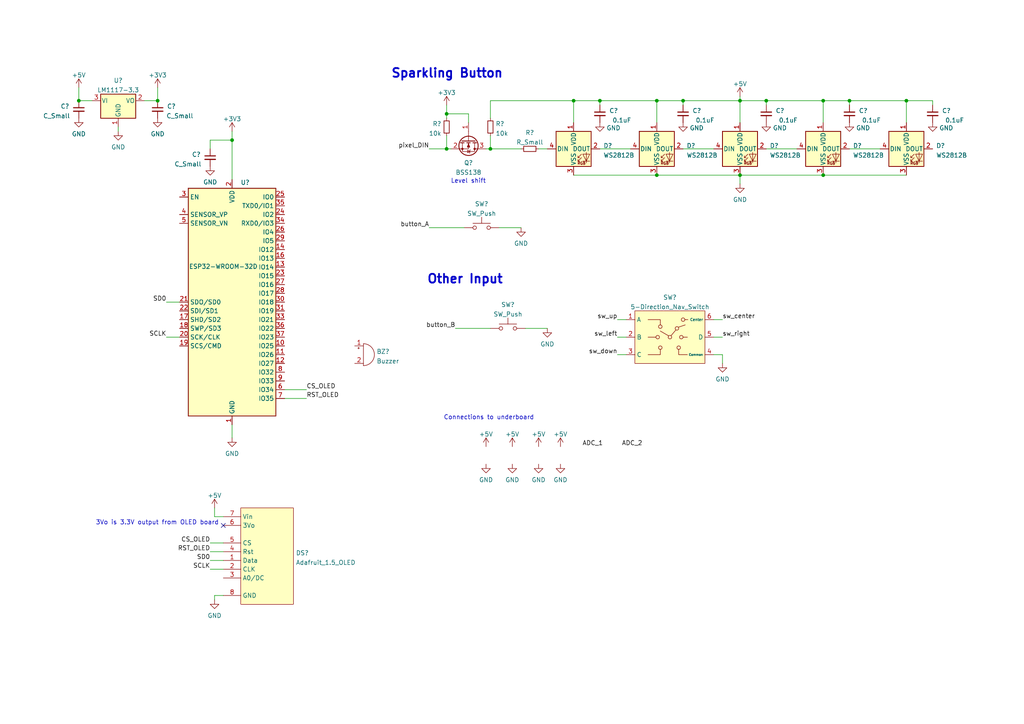
<source format=kicad_sch>
(kicad_sch (version 20210621) (generator eeschema)
  (paper "A4")
  (lib_symbols
    (symbol "Device:Buzzer" (pin_names (offset 0.0254) hide)
      (property "Reference" "BZ" (at 3.81 1.27 0))
      (property "Value" "Buzzer" (at 3.81 -1.27 0))
      (symbol "Buzzer_0_1"
        (arc (start 0 -3.175) (end 0 3.175) (radius (at 0 0) (length 3.175) (angles -89.9 89.9)))
        (polyline (pts (xy -1.651 1.905) (xy -1.143 1.905)))
        (polyline (pts (xy -1.397 2.159) (xy -1.397 1.651)))
        (polyline (pts (xy 0 3.175) (xy 0 -3.175)))
      )
      (symbol "Buzzer_1_1"
        (pin passive line (at -2.54 2.54 0) (length 2.54) (name "-") (number "1"))
        (pin passive line (at -2.54 -2.54 0) (length 2.54) (name "+") (number "2"))
      )
    )
    (symbol "Device:C_Small" (pin_numbers hide) (pin_names (offset 0.254) hide)
      (property "Reference" "C" (at 0.254 1.778 0))
      (property "Value" "C_Small" (at 0.254 -2.032 0))
      (symbol "C_Small_0_1"
        (polyline (pts (xy -1.524 -0.508) (xy 1.524 -0.508)) (stroke (width 0.3302)))
        (polyline (pts (xy -1.524 0.508) (xy 1.524 0.508)) (stroke (width 0.3048)))
      )
      (symbol "C_Small_1_1"
        (pin passive line (at 0 2.54 270) (length 2.032) (name "~") (number "1"))
        (pin passive line (at 0 -2.54 90) (length 2.032) (name "~") (number "2"))
      )
    )
    (symbol "Device:R_Small" (pin_numbers hide) (pin_names (offset 0.254) hide)
      (property "Reference" "R" (at 0.762 0.508 0))
      (property "Value" "R_Small" (at 0.762 -1.016 0))
      (symbol "R_Small_0_1"
        (rectangle (start -0.762 1.778) (end 0.762 -1.778) (stroke (width 0.2032)))
      )
      (symbol "R_Small_1_1"
        (pin passive line (at 0 2.54 270) (length 0.762) (name "~") (number "1"))
        (pin passive line (at 0 -2.54 90) (length 0.762) (name "~") (number "2"))
      )
    )
    (symbol "LED:WS2812B" (pin_names (offset 0.254))
      (property "Reference" "D" (at 5.08 5.715 0))
      (property "Value" "WS2812B" (at 1.27 -5.715 0))
      (symbol "WS2812B_0_0"
        (text "RGB" (at 2.286 -4.191 0) (effects (font (size 0.762 0.762))))
      )
      (symbol "WS2812B_0_1"
        (rectangle (start 5.08 5.08) (end -5.08 -5.08) (stroke (width 0.254)) (fill (type background)))
        (polyline (pts (xy 1.27 -3.556) (xy 1.778 -3.556)))
        (polyline (pts (xy 1.27 -2.54) (xy 1.778 -2.54)))
        (polyline (pts (xy 4.699 -3.556) (xy 2.667 -3.556)))
        (polyline (pts (xy 2.286 -2.54) (xy 1.27 -3.556) (xy 1.27 -3.048)))
        (polyline (pts (xy 2.286 -1.524) (xy 1.27 -2.54) (xy 1.27 -2.032)))
        (polyline (pts (xy 3.683 -1.016) (xy 3.683 -3.556) (xy 3.683 -4.064)))
        (polyline (pts (xy 4.699 -1.524) (xy 2.667 -1.524) (xy 3.683 -3.556) (xy 4.699 -1.524)))
      )
      (symbol "WS2812B_1_1"
        (pin power_in line (at 0 7.62 270) (length 2.54) (name "VDD") (number "1"))
        (pin output line (at 7.62 0 180) (length 2.54) (name "DOUT") (number "2"))
        (pin power_in line (at 0 -7.62 90) (length 2.54) (name "VSS") (number "3"))
        (pin input line (at -7.62 0 0) (length 2.54) (name "DIN") (number "4"))
      )
    )
    (symbol "RF_Module:ESP32-WROOM-32D"
      (property "Reference" "U" (at -12.7 34.29 0))
      (property "Value" "ESP32-WROOM-32D" (at 1.27 34.29 0))
      (symbol "ESP32-WROOM-32D_0_1"
        (rectangle (start -12.7 33.02) (end 12.7 -33.02) (stroke (width 0.254)) (fill (type background)))
      )
      (symbol "ESP32-WROOM-32D_1_1"
        (pin power_in line (at 0 -35.56 90) (length 2.54) (name "GND") (number "1"))
        (pin bidirectional line (at 15.24 -12.7 180) (length 2.54) (name "IO25") (number "10"))
        (pin bidirectional line (at 15.24 -15.24 180) (length 2.54) (name "IO26") (number "11"))
        (pin bidirectional line (at 15.24 -17.78 180) (length 2.54) (name "IO27") (number "12"))
        (pin bidirectional line (at 15.24 10.16 180) (length 2.54) (name "IO14") (number "13"))
        (pin bidirectional line (at 15.24 15.24 180) (length 2.54) (name "IO12") (number "14"))
        (pin passive line (at 0 -35.56 90) (length 2.54) hide (name "GND") (number "15"))
        (pin bidirectional line (at 15.24 12.7 180) (length 2.54) (name "IO13") (number "16"))
        (pin bidirectional line (at -15.24 -5.08 0) (length 2.54) (name "SHD/SD2") (number "17"))
        (pin bidirectional line (at -15.24 -7.62 0) (length 2.54) (name "SWP/SD3") (number "18"))
        (pin bidirectional line (at -15.24 -12.7 0) (length 2.54) (name "SCS/CMD") (number "19"))
        (pin power_in line (at 0 35.56 270) (length 2.54) (name "VDD") (number "2"))
        (pin bidirectional line (at -15.24 -10.16 0) (length 2.54) (name "SCK/CLK") (number "20"))
        (pin bidirectional line (at -15.24 0 0) (length 2.54) (name "SDO/SD0") (number "21"))
        (pin bidirectional line (at -15.24 -2.54 0) (length 2.54) (name "SDI/SD1") (number "22"))
        (pin bidirectional line (at 15.24 7.62 180) (length 2.54) (name "IO15") (number "23"))
        (pin bidirectional line (at 15.24 25.4 180) (length 2.54) (name "IO2") (number "24"))
        (pin bidirectional line (at 15.24 30.48 180) (length 2.54) (name "IO0") (number "25"))
        (pin bidirectional line (at 15.24 20.32 180) (length 2.54) (name "IO4") (number "26"))
        (pin bidirectional line (at 15.24 5.08 180) (length 2.54) (name "IO16") (number "27"))
        (pin bidirectional line (at 15.24 2.54 180) (length 2.54) (name "IO17") (number "28"))
        (pin bidirectional line (at 15.24 17.78 180) (length 2.54) (name "IO5") (number "29"))
        (pin input line (at -15.24 30.48 0) (length 2.54) (name "EN") (number "3"))
        (pin bidirectional line (at 15.24 0 180) (length 2.54) (name "IO18") (number "30"))
        (pin bidirectional line (at 15.24 -2.54 180) (length 2.54) (name "IO19") (number "31"))
        (pin no_connect line (at -12.7 -27.94 0) (length 2.54) hide (name "NC") (number "32"))
        (pin bidirectional line (at 15.24 -5.08 180) (length 2.54) (name "IO21") (number "33"))
        (pin bidirectional line (at 15.24 22.86 180) (length 2.54) (name "RXD0/IO3") (number "34"))
        (pin bidirectional line (at 15.24 27.94 180) (length 2.54) (name "TXD0/IO1") (number "35"))
        (pin bidirectional line (at 15.24 -7.62 180) (length 2.54) (name "IO22") (number "36"))
        (pin bidirectional line (at 15.24 -10.16 180) (length 2.54) (name "IO23") (number "37"))
        (pin passive line (at 0 -35.56 90) (length 2.54) hide (name "GND") (number "38"))
        (pin passive line (at 0 -35.56 90) (length 2.54) hide (name "GND") (number "39"))
        (pin input line (at -15.24 25.4 0) (length 2.54) (name "SENSOR_VP") (number "4"))
        (pin input line (at -15.24 22.86 0) (length 2.54) (name "SENSOR_VN") (number "5"))
        (pin input line (at 15.24 -25.4 180) (length 2.54) (name "IO34") (number "6"))
        (pin input line (at 15.24 -27.94 180) (length 2.54) (name "IO35") (number "7"))
        (pin bidirectional line (at 15.24 -20.32 180) (length 2.54) (name "IO32") (number "8"))
        (pin bidirectional line (at 15.24 -22.86 180) (length 2.54) (name "IO33") (number "9"))
      )
    )
    (symbol "Regulator_Linear:LM1117-3.3" (pin_names (offset 0.254))
      (property "Reference" "U" (at -3.81 3.175 0))
      (property "Value" "LM1117-3.3" (at 0 3.175 0))
      (symbol "LM1117-3.3_0_1"
        (rectangle (start -5.08 -5.08) (end 5.08 1.905) (stroke (width 0.254)) (fill (type background)))
      )
      (symbol "LM1117-3.3_1_1"
        (pin power_in line (at 0 -7.62 90) (length 2.54) (name "GND") (number "1"))
        (pin power_out line (at 7.62 0 180) (length 2.54) (name "VO") (number "2"))
        (pin power_in line (at -7.62 0 0) (length 2.54) (name "VI") (number "3"))
      )
    )
    (symbol "Switch:SW_Push" (pin_numbers hide) (pin_names (offset 1.016) hide)
      (property "Reference" "SW" (at 1.27 2.54 0))
      (property "Value" "SW_Push" (at 0 -1.524 0))
      (symbol "SW_Push_0_1"
        (circle (center -2.032 0) (radius 0.508))
        (circle (center 2.032 0) (radius 0.508))
        (polyline (pts (xy 0 1.27) (xy 0 3.048)))
        (polyline (pts (xy 2.54 1.27) (xy -2.54 1.27)))
        (pin passive line (at -5.08 0 0) (length 2.54) (name "1") (number "1"))
        (pin passive line (at 5.08 0 180) (length 2.54) (name "2") (number "2"))
      )
    )
    (symbol "Transistor_FET:BSS138" (pin_names hide)
      (property "Reference" "Q" (at 5.08 1.905 0))
      (property "Value" "BSS138" (at 5.08 0 0))
      (symbol "BSS138_0_1"
        (circle (center 1.651 0) (radius 2.794) (stroke (width 0.254)))
        (circle (center 2.54 -1.778) (radius 0.254) (fill (type outline)))
        (circle (center 2.54 1.778) (radius 0.254) (fill (type outline)))
        (polyline (pts (xy 0.254 0) (xy -2.54 0)))
        (polyline (pts (xy 0.254 1.905) (xy 0.254 -1.905)) (stroke (width 0.254)))
        (polyline (pts (xy 0.762 -1.27) (xy 0.762 -2.286)) (stroke (width 0.254)))
        (polyline (pts (xy 0.762 0.508) (xy 0.762 -0.508)) (stroke (width 0.254)))
        (polyline (pts (xy 0.762 2.286) (xy 0.762 1.27)) (stroke (width 0.254)))
        (polyline (pts (xy 2.54 2.54) (xy 2.54 1.778)))
        (polyline (pts (xy 2.54 -2.54) (xy 2.54 0) (xy 0.762 0)))
        (polyline (pts (xy 0.762 -1.778) (xy 3.302 -1.778) (xy 3.302 1.778) (xy 0.762 1.778)))
        (polyline (pts (xy 2.794 0.508) (xy 2.921 0.381) (xy 3.683 0.381) (xy 3.81 0.254)))
        (polyline (pts (xy 3.302 0.381) (xy 2.921 -0.254) (xy 3.683 -0.254) (xy 3.302 0.381)))
        (polyline (pts (xy 1.016 0) (xy 2.032 0.381) (xy 2.032 -0.381) (xy 1.016 0)) (fill (type outline)))
      )
      (symbol "BSS138_1_1"
        (pin input line (at -5.08 0 0) (length 2.54) (name "G") (number "1"))
        (pin passive line (at 2.54 -5.08 90) (length 2.54) (name "S") (number "2"))
        (pin passive line (at 2.54 5.08 270) (length 2.54) (name "D") (number "3"))
      )
    )
    (symbol "door_control:5-Direction_Nav_Switch"
      (property "Reference" "SW?" (at 0 8.89 0))
      (property "Value" "5-Direction_Nav_Switch" (at 0 -8.89 0))
      (symbol "5-Direction_Nav_Switch_0_1"
        (circle (center -3.556 0) (radius 0.508) (stroke (width 0.1524)))
        (circle (center -2.794 -3.048) (radius 0.508) (stroke (width 0.1524)))
        (circle (center -2.794 3.048) (radius 0.508) (stroke (width 0.1524)))
        (circle (center 0 0) (radius 0.508) (stroke (width 0.1524)))
        (circle (center 2.032 2.54) (radius 0.508) (stroke (width 0.1524)))
        (circle (center 2.54 -3.048) (radius 0.508) (stroke (width 0.1524)))
        (circle (center 3.302 0) (radius 0.508) (stroke (width 0.1524)))
        (circle (center 3.81 5.08) (radius 0.508) (stroke (width 0.1524)))
        (rectangle (start -10.16 7.62) (end 10.16 -7.62) (stroke (width 0.1524)) (fill (type background)))
        (polyline (pts (xy -6.35 0) (xy -4.064 0)) (stroke (width 0.1524)))
        (polyline (pts (xy -0.4318 0.4064) (xy -2.794 1.778)) (stroke (width 0.1524)))
        (polyline (pts (xy 0.381 0.508) (xy 1.651 2.0066)) (stroke (width 0.1524)))
        (polyline (pts (xy 2.54 2.921) (xy 4.445 3.556)) (stroke (width 0.1524)))
        (polyline (pts (xy 4.318 5.08) (xy 5.207 5.08)) (stroke (width 0.1524)))
        (polyline (pts (xy 5.08 0) (xy 3.81 0)) (stroke (width 0.1524)))
        (polyline (pts (xy -6.35 -5.08) (xy -2.794 -5.08) (xy -2.794 -3.556)) (stroke (width 0.1524)))
        (polyline (pts (xy -6.35 5.08) (xy -2.794 5.08) (xy -2.794 3.556)) (stroke (width 0.1524)))
        (polyline (pts (xy 5.08 -5.08) (xy 2.54 -5.08) (xy 2.54 -3.556)) (stroke (width 0.1524)))
      )
      (symbol "5-Direction_Nav_Switch_1_1"
        (pin bidirectional line (at -12.7 5.08 0) (length 2.54) (name "A") (number "1"))
        (pin bidirectional line (at -12.7 0 0) (length 2.54) (name "B") (number "2"))
        (pin bidirectional line (at -12.7 -5.08 0) (length 2.54) (name "C") (number "3"))
        (pin bidirectional line (at 12.7 -5.08 180) (length 2.54) (name "Common") (number "4"))
        (pin bidirectional line (at 12.7 0 180) (length 2.54) (name "D") (number "5"))
        (pin bidirectional line (at 12.7 5.08 180) (length 2.54) (name "Center") (number "6"))
      )
    )
    (symbol "door_control:Adafruit_1.5_OLED"
      (property "Reference" "DS" (at 0 -17.78 0))
      (property "Value" "Adafruit_1.5_OLED" (at 0 15.24 0))
      (symbol "Adafruit_1.5_OLED_0_1"
        (rectangle (start -7.62 12.7) (end 7.62 -15.24) (stroke (width 0.1524)) (fill (type background)))
      )
      (symbol "Adafruit_1.5_OLED_1_1"
        (pin bidirectional line (at -12.7 -2.54 0) (length 5.08) (name "Data") (number "1"))
        (pin input line (at -12.7 -5.08 0) (length 5.08) (name "CLK") (number "2"))
        (pin input line (at -12.7 -7.62 0) (length 5.08) (name "A0/DC") (number "3"))
        (pin input line (at -12.7 0 0) (length 5.08) (name "Rst") (number "4"))
        (pin input line (at -12.7 2.54 0) (length 5.08) (name "CS") (number "5"))
        (pin power_out line (at -12.7 7.62 0) (length 5.08) (name "3Vo") (number "6"))
        (pin power_in line (at -12.7 10.16 0) (length 5.08) (name "Vin") (number "7"))
        (pin power_in line (at -12.7 -12.7 0) (length 5.08) (name "GND") (number "8"))
      )
    )
    (symbol "power:+3.3V" (power) (pin_names (offset 0))
      (property "Value" "+3.3V" (at 0 3.556 0))
      (symbol "+3.3V_0_1"
        (polyline (pts (xy -0.762 1.27) (xy 0 2.54)))
        (polyline (pts (xy 0 0) (xy 0 2.54)))
        (polyline (pts (xy 0 2.54) (xy 0.762 1.27)))
      )
      (symbol "+3.3V_1_1"
        (pin power_in line (at 0 0 90) (length 0) hide (name "+3V3") (number "1"))
      )
    )
    (symbol "power:+5V" (power) (pin_names (offset 0))
      (property "Value" "+5V" (at 0 3.556 0))
      (symbol "+5V_0_1"
        (polyline (pts (xy -0.762 1.27) (xy 0 2.54)))
        (polyline (pts (xy 0 0) (xy 0 2.54)))
        (polyline (pts (xy 0 2.54) (xy 0.762 1.27)))
      )
      (symbol "+5V_1_1"
        (pin power_in line (at 0 0 90) (length 0) hide (name "+5V") (number "1"))
      )
    )
    (symbol "power:GND" (power) (pin_names (offset 0))
      (property "Value" "GND" (at 0 -3.81 0))
      (symbol "GND_0_1"
        (polyline (pts (xy 0 0) (xy 0 -1.27) (xy 1.27 -1.27) (xy 0 -2.54) (xy -1.27 -1.27) (xy 0 -1.27)))
      )
      (symbol "GND_1_1"
        (pin power_in line (at 0 0 270) (length 0) hide (name "GND") (number "1"))
      )
    )
  )
  (junction (at 22.86 29.21))
  (junction (at 45.72 29.21))
  (junction (at 67.31 40.64))
  (junction (at 129.54 33.02))
  (junction (at 129.54 43.18))
  (junction (at 142.24 43.18))
  (junction (at 166.37 29.21))
  (junction (at 173.99 29.21))
  (junction (at 190.5 29.21))
  (junction (at 190.5 50.8))
  (junction (at 198.12 29.21))
  (junction (at 214.63 29.21))
  (junction (at 214.63 50.8))
  (junction (at 222.25 29.21))
  (junction (at 238.76 29.21))
  (junction (at 238.76 50.8))
  (junction (at 246.38 29.21))
  (junction (at 262.89 29.21))
  (no_connect (at 64.77 152.4))
  (wire (pts (xy 22.86 25.4) (xy 22.86 29.21)))
  (wire (pts (xy 22.86 29.21) (xy 26.67 29.21)))
  (wire (pts (xy 34.29 36.83) (xy 34.29 38.1)))
  (wire (pts (xy 45.72 25.4) (xy 45.72 29.21)))
  (wire (pts (xy 45.72 29.21) (xy 41.91 29.21)))
  (wire (pts (xy 48.26 87.63) (xy 52.07 87.63)))
  (wire (pts (xy 48.26 97.79) (xy 52.07 97.79)))
  (wire (pts (xy 60.96 40.64) (xy 67.31 40.64)))
  (wire (pts (xy 60.96 43.18) (xy 60.96 40.64)))
  (wire (pts (xy 60.96 157.48) (xy 64.77 157.48)))
  (wire (pts (xy 60.96 160.02) (xy 64.77 160.02)))
  (wire (pts (xy 60.96 162.56) (xy 64.77 162.56)))
  (wire (pts (xy 60.96 165.1) (xy 64.77 165.1)))
  (wire (pts (xy 62.23 147.32) (xy 62.23 149.86)))
  (wire (pts (xy 62.23 172.72) (xy 62.23 173.99)))
  (wire (pts (xy 64.77 149.86) (xy 62.23 149.86)))
  (wire (pts (xy 64.77 172.72) (xy 62.23 172.72)))
  (wire (pts (xy 67.31 38.1) (xy 67.31 40.64)))
  (wire (pts (xy 67.31 40.64) (xy 67.31 52.07)))
  (wire (pts (xy 67.31 123.19) (xy 67.31 127)))
  (wire (pts (xy 82.55 113.03) (xy 88.9 113.03)))
  (wire (pts (xy 82.55 115.57) (xy 88.9 115.57)))
  (wire (pts (xy 124.46 43.18) (xy 129.54 43.18)))
  (wire (pts (xy 124.46 66.04) (xy 134.62 66.04)))
  (wire (pts (xy 129.54 30.48) (xy 129.54 33.02)))
  (wire (pts (xy 129.54 33.02) (xy 129.54 34.29)))
  (wire (pts (xy 129.54 39.37) (xy 129.54 43.18)))
  (wire (pts (xy 129.54 43.18) (xy 130.81 43.18)))
  (wire (pts (xy 132.08 95.25) (xy 142.24 95.25)))
  (wire (pts (xy 135.89 33.02) (xy 129.54 33.02)))
  (wire (pts (xy 135.89 33.02) (xy 135.89 35.56)))
  (wire (pts (xy 142.24 29.21) (xy 166.37 29.21)))
  (wire (pts (xy 142.24 34.29) (xy 142.24 29.21)))
  (wire (pts (xy 142.24 39.37) (xy 142.24 43.18)))
  (wire (pts (xy 142.24 43.18) (xy 140.97 43.18)))
  (wire (pts (xy 142.24 43.18) (xy 151.13 43.18)))
  (wire (pts (xy 144.78 66.04) (xy 151.13 66.04)))
  (wire (pts (xy 152.4 95.25) (xy 158.75 95.25)))
  (wire (pts (xy 156.21 43.18) (xy 158.75 43.18)))
  (wire (pts (xy 166.37 29.21) (xy 166.37 35.56)))
  (wire (pts (xy 166.37 50.8) (xy 190.5 50.8)))
  (wire (pts (xy 173.99 29.21) (xy 166.37 29.21)))
  (wire (pts (xy 173.99 29.21) (xy 190.5 29.21)))
  (wire (pts (xy 173.99 30.48) (xy 173.99 29.21)))
  (wire (pts (xy 173.99 43.18) (xy 182.88 43.18)))
  (wire (pts (xy 179.07 92.71) (xy 181.61 92.71)))
  (wire (pts (xy 179.07 97.79) (xy 181.61 97.79)))
  (wire (pts (xy 179.07 102.87) (xy 181.61 102.87)))
  (wire (pts (xy 190.5 29.21) (xy 190.5 35.56)))
  (wire (pts (xy 190.5 29.21) (xy 198.12 29.21)))
  (wire (pts (xy 190.5 50.8) (xy 214.63 50.8)))
  (wire (pts (xy 198.12 29.21) (xy 214.63 29.21)))
  (wire (pts (xy 198.12 30.48) (xy 198.12 29.21)))
  (wire (pts (xy 198.12 43.18) (xy 207.01 43.18)))
  (wire (pts (xy 207.01 92.71) (xy 209.55 92.71)))
  (wire (pts (xy 207.01 97.79) (xy 209.55 97.79)))
  (wire (pts (xy 207.01 102.87) (xy 209.55 102.87)))
  (wire (pts (xy 209.55 102.87) (xy 209.55 105.41)))
  (wire (pts (xy 214.63 27.94) (xy 214.63 29.21)))
  (wire (pts (xy 214.63 29.21) (xy 214.63 35.56)))
  (wire (pts (xy 214.63 29.21) (xy 222.25 29.21)))
  (wire (pts (xy 214.63 50.8) (xy 214.63 53.34)))
  (wire (pts (xy 214.63 50.8) (xy 238.76 50.8)))
  (wire (pts (xy 222.25 29.21) (xy 238.76 29.21)))
  (wire (pts (xy 222.25 30.48) (xy 222.25 29.21)))
  (wire (pts (xy 222.25 43.18) (xy 231.14 43.18)))
  (wire (pts (xy 238.76 29.21) (xy 238.76 35.56)))
  (wire (pts (xy 238.76 29.21) (xy 246.38 29.21)))
  (wire (pts (xy 238.76 50.8) (xy 262.89 50.8)))
  (wire (pts (xy 246.38 29.21) (xy 262.89 29.21)))
  (wire (pts (xy 246.38 30.48) (xy 246.38 29.21)))
  (wire (pts (xy 246.38 43.18) (xy 255.27 43.18)))
  (wire (pts (xy 262.89 29.21) (xy 262.89 35.56)))
  (wire (pts (xy 270.51 29.21) (xy 262.89 29.21)))
  (wire (pts (xy 270.51 30.48) (xy 270.51 29.21)))
  (text "3Vo is 3.3V output from OLED board\n" (at 63.5 152.4 180) (effects (font (size 1.27 1.27)) (justify right bottom)))
  (text "Level shift\n" (at 140.97 53.34 180) (effects (font (size 1.27 1.27)) (justify right bottom)))
  (text "Sparkling Button\n" (at 146.05 22.86 180) (effects (font (size 2.54 2.54) (thickness 0.508) bold) (justify right bottom)))
  (text "Other Input\n" (at 146.05 82.55 180) (effects (font (size 2.54 2.54) (thickness 0.508) bold) (justify right bottom)))
  (text "Connections to underboard\n" (at 154.94 121.92 180) (effects (font (size 1.27 1.27)) (justify right bottom)))
  (label "SD0" (at 48.26 87.63 180))
  (label "SCLK" (at 48.26 97.79 180))
  (label "CS_OLED" (at 60.96 157.48 180))
  (label "RST_OLED" (at 60.96 160.02 180))
  (label "SD0" (at 60.96 162.56 180))
  (label "SCLK" (at 60.96 165.1 180))
  (label "CS_OLED" (at 88.9 113.03 0))
  (label "RST_OLED" (at 88.9 115.57 0))
  (label "pixel_DIN" (at 124.46 43.18 180))
  (label "button_A" (at 124.46 66.04 180))
  (label "button_B" (at 132.08 95.25 180))
  (label "ADC_1" (at 168.91 129.54 0))
  (label "sw_up" (at 179.07 92.71 180))
  (label "sw_left" (at 179.07 97.79 180))
  (label "sw_down" (at 179.07 102.87 180))
  (label "ADC_2" (at 180.34 129.54 0))
  (label "sw_center" (at 209.55 92.71 0))
  (label "sw_right" (at 209.55 97.79 0))
  (symbol (lib_id "power:+5V") (at 22.86 25.4 0) (unit 1)
    (property "Reference" "#PWR?" (effects hide))
    (property "Value" "+5V" (at 22.86 21.7954 0))
  )
  (symbol (lib_id "power:+3.3V") (at 45.72 25.4 0) (unit 1)
    (property "Reference" "#PWR?" (effects hide))
    (property "Value" "+3.3V" (at 45.72 21.7954 0))
  )
  (symbol (lib_id "power:+5V") (at 62.23 147.32 0) (unit 1)
    (property "Reference" "#PWR?" (effects hide))
    (property "Value" "+5V" (at 62.23 143.7154 0))
  )
  (symbol (lib_id "power:+3.3V") (at 67.31 38.1 0) (unit 1)
    (property "Reference" "#PWR?" (effects hide))
    (property "Value" "+3.3V" (at 67.31 34.4954 0))
  )
  (symbol (lib_id "power:+3.3V") (at 129.54 30.48 0) (unit 1)
    (property "Reference" "#PWR?" (effects hide))
    (property "Value" "+3.3V" (at 129.54 26.8754 0))
  )
  (symbol (lib_id "power:+5V") (at 140.97 129.54 0) (unit 1)
    (property "Reference" "#PWR?" (effects hide))
    (property "Value" "+5V" (at 140.97 125.9354 0))
  )
  (symbol (lib_id "power:+5V") (at 148.59 129.54 0) (unit 1)
    (property "Reference" "#PWR?" (effects hide))
    (property "Value" "+5V" (at 148.59 125.9354 0))
  )
  (symbol (lib_id "power:+5V") (at 156.21 129.54 0) (unit 1)
    (property "Reference" "#PWR?" (effects hide))
    (property "Value" "+5V" (at 156.21 125.9354 0))
  )
  (symbol (lib_id "power:+5V") (at 162.56 129.54 0) (unit 1)
    (property "Reference" "#PWR?" (effects hide))
    (property "Value" "+5V" (at 162.56 125.9354 0))
  )
  (symbol (lib_id "power:+5V") (at 214.63 27.94 0) (unit 1)
    (property "Reference" "#PWR?" (effects hide))
    (property "Value" "+5V" (at 214.63 24.3354 0))
  )
  (symbol (lib_id "power:GND") (at 22.86 34.29 0) (unit 1)
    (property "Reference" "#PWR?" (effects hide))
    (property "Value" "GND" (at 22.86 38.8526 0))
  )
  (symbol (lib_id "power:GND") (at 34.29 38.1 0) (mirror y) (unit 1)
    (property "Reference" "#PWR?" (effects hide))
    (property "Value" "GND" (at 34.29 42.6626 0))
  )
  (symbol (lib_id "power:GND") (at 45.72 34.29 0) (unit 1)
    (property "Reference" "#PWR?" (effects hide))
    (property "Value" "GND" (at 45.72 38.8526 0))
  )
  (symbol (lib_id "power:GND") (at 60.96 48.26 0) (unit 1)
    (property "Reference" "#PWR?" (effects hide))
    (property "Value" "GND" (at 60.96 52.8226 0))
  )
  (symbol (lib_id "power:GND") (at 62.23 173.99 0) (mirror y) (unit 1)
    (property "Reference" "#PWR?" (effects hide))
    (property "Value" "GND" (at 62.23 178.5526 0))
  )
  (symbol (lib_id "power:GND") (at 67.31 127 0) (unit 1)
    (property "Reference" "#PWR?" (effects hide))
    (property "Value" "GND" (at 67.31 131.5626 0))
  )
  (symbol (lib_id "power:GND") (at 140.97 134.62 0) (unit 1)
    (property "Reference" "#PWR?" (effects hide))
    (property "Value" "GND" (at 140.97 139.1826 0))
  )
  (symbol (lib_id "power:GND") (at 148.59 134.62 0) (unit 1)
    (property "Reference" "#PWR?" (effects hide))
    (property "Value" "GND" (at 148.59 139.1826 0))
  )
  (symbol (lib_id "power:GND") (at 151.13 66.04 0) (unit 1)
    (property "Reference" "#PWR?" (effects hide))
    (property "Value" "GND" (at 151.13 70.6026 0))
  )
  (symbol (lib_id "power:GND") (at 156.21 134.62 0) (unit 1)
    (property "Reference" "#PWR?" (effects hide))
    (property "Value" "GND" (at 156.21 139.1826 0))
  )
  (symbol (lib_id "power:GND") (at 158.75 95.25 0) (unit 1)
    (property "Reference" "#PWR?" (effects hide))
    (property "Value" "GND" (at 158.75 99.8126 0))
  )
  (symbol (lib_id "power:GND") (at 162.56 134.62 0) (unit 1)
    (property "Reference" "#PWR?" (effects hide))
    (property "Value" "GND" (at 162.56 139.1826 0))
  )
  (symbol (lib_id "power:GND") (at 173.99 35.56 0) (mirror y) (unit 1)
    (property "Reference" "#PWR?" (effects hide))
    (property "Value" "GND" (at 175.8951 37.1185 0) (effects (justify right)))
  )
  (symbol (lib_id "power:GND") (at 198.12 35.56 0) (mirror y) (unit 1)
    (property "Reference" "#PWR?" (effects hide))
    (property "Value" "GND" (at 200.0251 37.1185 0) (effects (justify right)))
  )
  (symbol (lib_id "power:GND") (at 209.55 105.41 0) (unit 1)
    (property "Reference" "#PWR?" (effects hide))
    (property "Value" "GND" (at 209.55 109.9726 0))
  )
  (symbol (lib_id "power:GND") (at 214.63 53.34 0) (unit 1)
    (property "Reference" "#PWR?" (effects hide))
    (property "Value" "GND" (at 214.63 57.9026 0))
  )
  (symbol (lib_id "power:GND") (at 222.25 35.56 0) (mirror y) (unit 1)
    (property "Reference" "#PWR?" (effects hide))
    (property "Value" "GND" (at 224.1551 37.1185 0) (effects (justify right)))
  )
  (symbol (lib_id "power:GND") (at 246.38 35.56 0) (mirror y) (unit 1)
    (property "Reference" "#PWR?" (effects hide))
    (property "Value" "GND" (at 248.2851 37.1185 0) (effects (justify right)))
  )
  (symbol (lib_id "power:GND") (at 270.51 35.56 0) (mirror y) (unit 1)
    (property "Reference" "#PWR?" (effects hide))
    (property "Value" "GND" (at 272.4151 37.1185 0) (effects (justify right)))
  )
  (symbol (lib_id "Device:R_Small") (at 129.54 36.83 0) (mirror x) (unit 1)
    (property "Reference" "R?" (at 128.0413 35.9215 0) (effects (justify right)))
    (property "Value" "10k" (at 128.0413 38.6966 0) (effects (justify right)))
  )
  (symbol (lib_id "Device:R_Small") (at 142.24 36.83 180) (unit 1)
    (property "Reference" "R?" (at 143.7387 35.9215 0) (effects (justify right)))
    (property "Value" "10k" (at 143.7387 38.6966 0) (effects (justify right)))
  )
  (symbol (lib_id "Device:R_Small") (at 153.67 43.18 90) (unit 1)
    (property "Reference" "R?" (at 153.67 38.4768 90))
    (property "Value" "R_Small" (at 153.67 41.2519 90))
  )
  (symbol (lib_id "Device:C_Small") (at 22.86 31.75 0) (unit 1)
    (property "Reference" "C?" (at 17.5642 30.8415 0) (effects (justify left)))
    (property "Value" "C_Small" (at 12.4842 33.6166 0) (effects (justify left)))
  )
  (symbol (lib_id "Device:C_Small") (at 45.72 31.75 0) (mirror y) (unit 1)
    (property "Reference" "C?" (at 51.0158 30.8415 0) (effects (justify left)))
    (property "Value" "C_Small" (at 56.0958 33.6166 0) (effects (justify left)))
  )
  (symbol (lib_id "Device:C_Small") (at 60.96 45.72 0) (unit 1)
    (property "Reference" "C?" (at 55.6642 44.8115 0) (effects (justify left)))
    (property "Value" "C_Small" (at 50.5842 47.5866 0) (effects (justify left)))
  )
  (symbol (lib_id "Device:C_Small") (at 173.99 33.02 0) (mirror y) (unit 1)
    (property "Reference" "C?" (at 179.2858 32.1115 0) (effects (justify left)))
    (property "Value" "0.1uF" (at 183.0958 34.8866 0) (effects (justify left)))
  )
  (symbol (lib_id "Device:C_Small") (at 198.12 33.02 0) (mirror y) (unit 1)
    (property "Reference" "C?" (at 203.4158 32.1115 0) (effects (justify left)))
    (property "Value" "0.1uF" (at 207.2258 34.8866 0) (effects (justify left)))
  )
  (symbol (lib_id "Device:C_Small") (at 222.25 33.02 0) (mirror y) (unit 1)
    (property "Reference" "C?" (at 227.5458 32.1115 0) (effects (justify left)))
    (property "Value" "0.1uF" (at 231.3558 34.8866 0) (effects (justify left)))
  )
  (symbol (lib_id "Device:C_Small") (at 246.38 33.02 0) (mirror y) (unit 1)
    (property "Reference" "C?" (at 251.6758 32.1115 0) (effects (justify left)))
    (property "Value" "0.1uF" (at 255.4858 34.8866 0) (effects (justify left)))
  )
  (symbol (lib_id "Device:C_Small") (at 270.51 33.02 0) (mirror y) (unit 1)
    (property "Reference" "C?" (at 275.8058 32.1115 0) (effects (justify left)))
    (property "Value" "0.1uF" (at 279.6158 34.8866 0) (effects (justify left)))
  )
  (symbol (lib_id "Device:Buzzer") (at 105.41 102.87 0) (unit 1)
    (property "Reference" "BZ?" (at 109.2201 101.9615 0) (effects (justify left)))
    (property "Value" "Buzzer" (at 109.2201 104.7366 0) (effects (justify left)))
  )
  (symbol (lib_id "Switch:SW_Push") (at 139.7 66.04 0) (unit 1)
    (property "Reference" "SW?" (at 139.7 59.1524 0))
    (property "Value" "SW_Push" (at 139.7 61.9275 0))
  )
  (symbol (lib_id "Switch:SW_Push") (at 147.32 95.25 0) (unit 1)
    (property "Reference" "SW?" (at 147.32 88.3624 0))
    (property "Value" "SW_Push" (at 147.32 91.1375 0))
  )
  (symbol (lib_id "Transistor_FET:BSS138") (at 135.89 40.64 270) (unit 1)
    (property "Reference" "Q?" (at 135.89 47.2346 90))
    (property "Value" "BSS138" (at 135.89 50.0097 90))
    (property "Footprint" "Package_TO_SOT_SMD:SOT-23" (effects hide))
    (property "Datasheet" "https://www.fairchildsemi.com/datasheets/BS/BSS138.pdf" (effects hide))
  )
  (symbol (lib_id "Regulator_Linear:LM1117-3.3") (at 34.29 29.21 0) (unit 1)
    (property "Reference" "U?" (at 34.29 23.3384 0))
    (property "Value" "LM1117-3.3" (at 34.29 26.1135 0))
    (property "Datasheet" "http://www.ti.com/lit/ds/symlink/lm1117.pdf" (effects hide))
  )
  (symbol (lib_id "LED:WS2812B") (at 166.37 43.18 0) (unit 1)
    (property "Reference" "D?" (at 175.0061 42.2715 0) (effects (justify left)))
    (property "Value" "WS2812B" (at 175.0061 45.0466 0) (effects (justify left)))
    (property "Footprint" "LED_SMD:LED_WS2812B_PLCC4_5.0x5.0mm_P3.2mm" (effects hide))
    (property "Datasheet" "https://cdn-shop.adafruit.com/datasheets/WS2812B.pdf" (effects hide))
  )
  (symbol (lib_id "LED:WS2812B") (at 190.5 43.18 0) (unit 1)
    (property "Reference" "D?" (at 199.1361 42.2715 0) (effects (justify left)))
    (property "Value" "WS2812B" (at 199.1361 45.0466 0) (effects (justify left)))
    (property "Footprint" "LED_SMD:LED_WS2812B_PLCC4_5.0x5.0mm_P3.2mm" (effects hide))
    (property "Datasheet" "https://cdn-shop.adafruit.com/datasheets/WS2812B.pdf" (effects hide))
  )
  (symbol (lib_id "LED:WS2812B") (at 214.63 43.18 0) (unit 1)
    (property "Reference" "D?" (at 223.2661 42.2715 0) (effects (justify left)))
    (property "Value" "WS2812B" (at 223.2661 45.0466 0) (effects (justify left)))
    (property "Footprint" "LED_SMD:LED_WS2812B_PLCC4_5.0x5.0mm_P3.2mm" (effects hide))
    (property "Datasheet" "https://cdn-shop.adafruit.com/datasheets/WS2812B.pdf" (effects hide))
  )
  (symbol (lib_id "LED:WS2812B") (at 238.76 43.18 0) (unit 1)
    (property "Reference" "D?" (at 247.3961 42.2715 0) (effects (justify left)))
    (property "Value" "WS2812B" (at 247.3961 45.0466 0) (effects (justify left)))
    (property "Footprint" "LED_SMD:LED_WS2812B_PLCC4_5.0x5.0mm_P3.2mm" (effects hide))
    (property "Datasheet" "https://cdn-shop.adafruit.com/datasheets/WS2812B.pdf" (effects hide))
  )
  (symbol (lib_id "LED:WS2812B") (at 262.89 43.18 0) (unit 1)
    (property "Reference" "D?" (at 271.5261 42.2715 0) (effects (justify left)))
    (property "Value" "WS2812B" (at 271.5261 45.0466 0) (effects (justify left)))
    (property "Footprint" "LED_SMD:LED_WS2812B_PLCC4_5.0x5.0mm_P3.2mm" (effects hide))
    (property "Datasheet" "https://cdn-shop.adafruit.com/datasheets/WS2812B.pdf" (effects hide))
  )
  (symbol (lib_id "door_control:5-Direction_Nav_Switch") (at 194.31 97.79 0) (unit 1)
    (property "Reference" "SW?" (at 194.31 86.2542 0))
    (property "Value" "5-Direction_Nav_Switch" (at 194.31 89.0293 0))
    (property "Footprint" "door_control_fp:5-Direction_Nav_Switch_THT" (effects hide))
  )
  (symbol (lib_id "door_control:Adafruit_1.5_OLED") (at 77.47 160.02 0) (unit 1)
    (property "Reference" "DS?" (at 85.8013 160.3815 0) (effects (justify left)))
    (property "Value" "Adafruit_1.5_OLED" (at 85.8013 163.1566 0) (effects (justify left)))
    (property "Footprint" "door_control_fp:Adafruit_1.5_OLED" (effects hide))
  )
  (symbol (lib_id "RF_Module:ESP32-WROOM-32D") (at 67.31 87.63 0) (unit 1)
    (property "Reference" "U?" (at 71.12 52.9294 0))
    (property "Value" "ESP32-WROOM-32D" (at 64.77 77.2945 0))
    (property "Footprint" "RF_Module:ESP32-WROOM-32" (effects hide))
    (property "Datasheet" "https://www.espressif.com/sites/default/files/documentation/esp32-wroom-32d_esp32-wroom-32u_datasheet_en.pdf" (effects hide))
  )
)
</source>
